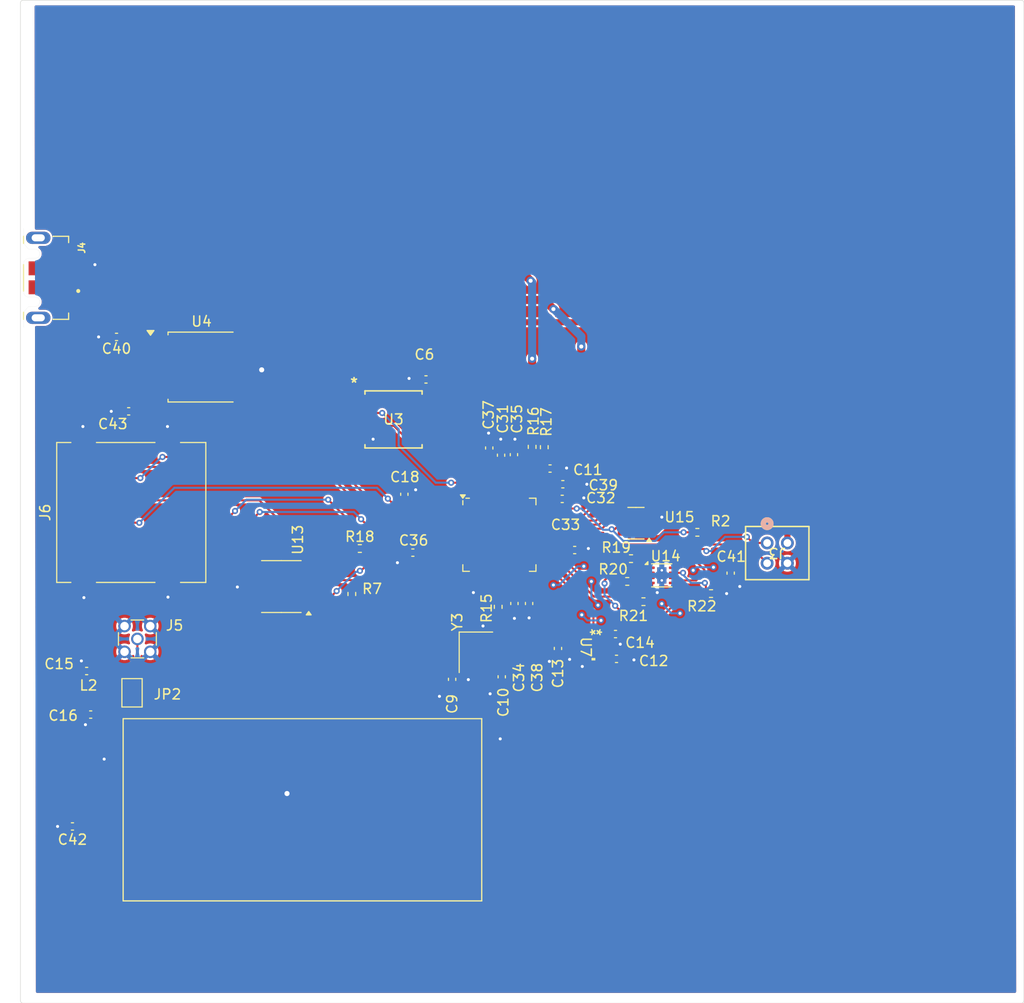
<source format=kicad_pcb>
(kicad_pcb (version 20241229) (generator "pcbnew") (generator_version "9.0")
  (layers (0 "F.Cu" signal) (2 "B.Cu" signal) (13 "F.Paste" user) (15 "B.Paste" user) (5 "F.SilkS" user "F.Silkscreen") (7 "B.SilkS" user "B.Silkscreen") (1 "F.Mask" user) (3 "B.Mask" user) (25 "Edge.Cuts" user))
  (net 0 "")
  (net 1 "/RP2040 MCU/Crystal In")
  (net 2 "Net-(C10-Pad1)")
  (net 3 "+1V1")
  (net 4 "Net-(U7-C1)")
  (net 5 "Net-(J5-In)")
  (net 6 "Net-(JP2-B)")
  (net 7 "MicroSD CMD")
  (net 8 "MicroSD Clock")
  (net 9 "MicroSD DAT2")
  (net 10 "MicroSD DAT3")
  (net 11 "MicroSD DAT0")
  (net 12 "MicroSD DAT1")
  (net 13 "WDO")
  (net 14 "Power Monitor SDA")
  (net 15 "/RP2040 MCU/Crystal Out")
  (net 16 "Net-(U12-USB_DP)")
  (net 17 "Net-(U12-USB_DM)")
  (net 18 "Power Monitor SCL")
  (net 19 "Temp Alert")
  (net 20 "Net-(U14-A0)")
  (net 21 "/RP2040 MCU/QSPI_SCLK")
  (net 22 "/RP2040 MCU/QSPI_SD0")
  (net 23 "/RP2040 MCU/QSPI_SD1")
  (net 24 "/RP2040 MCU/QSPI_SD2")
  (net 25 "/RP2040 MCU/QSPI_SD3")
  (net 26 "/RP2040 MCU/QSPI_SS")
  (net 28 "IMU SDA{slash}SDI{slash}SCO")
  (net 30 "IMU SCL{slash}SPC")
  (net 33 "SET2")
  (net 34 "SET1")
  (net 35 "RF Reset")
  (net 36 "RF MISO")
  (net 38 "RF DIO4")
  (net 42 "RF SCK")
  (net 43 "SET0")
  (net 44 "RF NSS")
  (net 46 "WDI")
  (net 47 "RF MOSI")
  (net 54 "Voltage Regulator 3.3V Output")
  (net 55 "Cosmic Ground")
  (net 56 "Cosmic Power")
  (net 57 "Cosmic2 SCL")
  (net 58 "Cosmic1 SDA")
  (net 59 "USB_DM")
  (net 60 "USB_DP")
  (net 62 "Temp SDA")
  (net 63 "Temp SCL")
  (footprint "Capacitor_SMD:C_0402_1005Metric" (layer "F.Cu") (at 96.32 119.45)
    (property "Reference" "C42")
    (property "Value" "100n")
  )
  (footprint "Resistor_SMD:R_0402_1005Metric" (layer "F.Cu") (at 142.9 81.99 -90)
    (property "Reference" "R17")
    (property "Value" "27")
  )
  (footprint "Resistor_SMD:R_0402_1005Metric" (layer "F.Cu") (at 159.36 96.45)
    (property "Reference" "R22")
    (property "Value" "5k")
  )
  (footprint "Capacitor_SMD:C_0402_1005Metric" (layer "F.Cu") (at 149.93 100.45)
    (property "Reference" "C14")
    (property "Value" "100nF")
  )
  (footprint "Crystal:Crystal_SMD_3225-4Pin_3.2x2.5mm" (layer "F.Cu") (at 136.15 102.25 -90)
    (property "Reference" "Y3")
    (property "Value" "ABM8-272-T3")
  )
  (footprint "Capacitor_SMD:C_0402_1005Metric" (layer "F.Cu") (at 144.25 101.87 -90)
    (property "Reference" "C13")
    (property "Value" "220nF")
  )
  (footprint "Capacitor_SMD:C_0402_1005Metric" (layer "F.Cu") (at 139.9032 82.7304 90)
    (property "Reference" "C35")
    (property "Value" "100n")
  )
  (footprint "Resistor_SMD:R_0402_1005Metric" (layer "F.Cu") (at 151.09 95.25 180)
    (property "Reference" "R20")
    (property "Value" "5k")
  )
  (footprint "1my_footprints:CON4_2X2_UF_DF11_HIR" (layer "F.Cu") (at 164.899999 91.45 180)
    (property "Reference" "J3")
    (property "Value" "Conn_01x04_Pin")
  )
  (footprint "Capacitor_SMD:C_0402_1005Metric" (layer "F.Cu") (at 98.12 108.4 180)
    (property "Reference" "C16")
    (property "Value" "DNP")
  )
  (footprint "1my_footprints:microUSB" (layer "F.Cu") (at 91.49 65.2625 -90)
    (property "Reference" "J4")
    (property "Value" "USB_B_Micro")
    (fp_line (start 0.00053 0.004943) (end -1.29947 0.004943) (stroke (width 0.01)) (layer "Edge.Cuts"))
    (fp_line (start 0.00053 0.004943) (end 1.3 0) (stroke (width 0.01)) (layer "Edge.Cuts"))
    (fp_line (start -4.9 0) (end -3.4 0) (stroke (width 0.01)) (layer "Edge.Cuts"))
    (fp_line (start -3.4 0) (end -2.825 -0.5) (stroke (width 0.01)) (layer "Edge.Cuts"))
    (fp_line (start 3.4 0) (end 2.825 -0.5) (stroke (width 0.01)) (layer "Edge.Cuts"))
    (fp_line (start 4.9 0) (end 3.4 0) (stroke (width 0.01)) (layer "Edge.Cuts"))
    (fp_line (start -2.825 -1.15) (end -2.825 -0.5) (stroke (width 0.01)) (layer "Edge.Cuts"))
    (fp_line (start -1.925 -1.15) (end -1.925 -0.5) (stroke (width 0.01)) (layer "Edge.Cuts"))
    (fp_line (start 1.925 -1.15) (end 1.925 -0.5) (stroke (width 0.01)) (layer "Edge.Cuts"))
    (fp_line (start 2.825 -1.15) (end 2.825 -0.5) (stroke (width 0.01)) (layer "Edge.Cuts"))
    (fp_arc (start -1.29947 0.004943) (mid -1.716881 -0.117891) (end -1.924999 -0.5) (stroke (width 0.01)) (layer "Edge.Cuts"))
    (fp_arc (start 1.925529 -0.504943) (mid 1.717412 -0.122833) (end 1.3 0) (stroke (width 0.01)) (layer "Edge.Cuts"))
    (fp_arc (start -2.825 -1.15) (mid -2.375 -1.6) (end -1.925 -1.15) (stroke (width 0.01)) (layer "Edge.Cuts"))
    (fp_arc (start 1.925 -1.15) (mid 2.375 -1.6) (end 2.825 -1.15) (stroke (width 0.01)) (layer "Edge.Cuts"))
  )
  (footprint "Capacitor_SMD:C_0402_1005Metric" (layer "F.Cu") (at 129.9236 92.4052 180)
    (property "Reference" "C36")
    (property "Value" "100n")
  )
  (footprint "Resistor_SMD:R_0402_1005Metric" (layer "F.Cu") (at 152.69 97.25)
    (property "Reference" "R21")
    (property "Value" "5k")
  )
  (footprint "Capacitor_SMD:C_0402_1005Metric" (layer "F.Cu") (at 100.67 71.1 180)
    (property "Reference" "C40")
    (property "Value" "10u")
  )
  (footprint "Package_SO:SOIC-8_3.9x4.9mm_P1.27mm" (layer "F.Cu") (at 116.9416 95.758 180)
    (property "Reference" "U13")
    (property "Value" "INA219AxD")
  )
  (footprint "Capacitor_SMD:C_0402_1005Metric" (layer "F.Cu") (at 161.3 94.43 90)
    (property "Reference" "C41")
    (property "Value" "0.01uF")
  )
  (footprint "Package_TO_SOT_SMD:SOT-23-8" (layer "F.Cu") (at 151.95 89.5 180)
    (property "Reference" "U15")
    (property "Value" "MAX6369")
  )
  (footprint "Capacitor_SMD:C_0402_1005Metric" (layer "F.Cu") (at 141.4 97.43 -90)
    (property "Reference" "C38")
    (property "Value" "100n")
  )
  (footprint "Capacitor_SMD:C_0402_1005Metric" (layer "F.Cu") (at 133.8 104.92 -90)
    (property "Reference" "C9")
    (property "Value" "15p")
  )
  (footprint "Capacitor_SMD:C_0402_1005Metric" (layer "F.Cu") (at 144.73 85.65)
    (property "Reference" "C39")
    (property "Value" "1u")
  )
  (footprint "Package_SON:WSON-8-1EP_2x2mm_P0.5mm_EP0.9x1.6mm_ThermalVias" (layer "F.Cu") (at 154.5 94.65)
    (property "Reference" "U14")
    (property "Value" "TMP1075DSG")
  )
  (footprint "Capacitor_SMD:C_0402_1005Metric" (layer "F.Cu") (at 101.87 78.45 180)
    (property "Reference" "C43")
    (property "Value" "10u")
  )
  (footprint "Connector_Card:microSD_HC_Molex_47219-2001" (layer "F.Cu") (at 102.1252 88.4382 90)
    (property "Reference" "J6")
    (property "Value" "Micro_SD_Card")
  )
  (footprint "Resistor_SMD:R_0402_1005Metric" (layer "F.Cu") (at 158.01 90.4 180)
    (property "Reference" "R2")
    (property "Value" "10k")
  )
  (footprint "Capacitor_SMD:C_0402_1005Metric" (layer "F.Cu") (at 97.72 104.1 180)
    (property "Reference" "C15")
    (property "Value" "DNP")
  )
  (footprint "Capacitor_SMD:C_0402_1005Metric" (layer "F.Cu") (at 144.67 87.1)
    (property "Reference" "C32")
    (property "Value" "100n")
  )
  (footprint "Resistor_SMD:R_0402_1005Metric" (layer "F.Cu") (at 123.9 96.49 90)
    (property "Reference" "R7")
    (property "Value" "10k")
  )
  (footprint "Capacitor_SMD:C_0402_1005Metric" (layer "F.Cu") (at 138.7 104.67 -90)
    (property "Reference" "C10")
    (property "Value" "15p")
  )
  (footprint "Capacitor_SMD:C_0402_1005Metric" (layer "F.Cu") (at 139.95 97.43 -90)
    (property "Reference" "C34")
    (property "Value" "100n")
  )
  (footprint "Resistor_SMD:R_0402_1005Metric" (layer "F.Cu") (at 141.7 81.96 -90)
    (property "Reference" "R16")
    (property "Value" "27")
  )
  (footprint "1my_footprints:SON_03AGRTR_STM-L" (layer "F.Cu") (at 147 101.7238 -90)
    (property "Reference" "U7")
    (property "Value" "LSM303AGRTR")
  )
  (footprint "Capacitor_SMD:C_0402_1005Metric" (layer "F.Cu") (at 129.0828 86.642 90)
    (property "Reference" "C18")
    (property "Value" "100n")
  )
  (footprint "Resistor_SMD:R_0402_1005Metric" (layer "F.Cu") (at 138.35 97.76 -90)
    (property "Reference" "R15")
    (property "Value" "1k")
  )
  (footprint "Capacitor_SMD:C_0402_1005Metric" (layer "F.Cu") (at 145.9 92.15)
    (property "Reference" "C33")
    (property "Value" "100n")
  )
  (footprint "Capacitor_SMD:C_0402_1005Metric" (layer "F.Cu") (at 131.22 75.3 180)
    (property "Reference" "C6")
    (property "Value" "100n")
  )
  (footprint "Capacitor_SMD:C_0402_1005Metric" (layer "F.Cu") (at 143.47 84.1)
    (property "Reference" "C11")
    (property "Value" "1u")
  )
  (footprint "Package_TO_SOT_SMD:TO-252-2" (layer "F.Cu") (at 109.065 74.075)
    (property "Reference" "U4")
    (property "Value" "BD33FC0FP")
  )
  (footprint "Capacitor_SMD:C_0402_1005Metric" (layer "F.Cu") (at 138.6332 82.7812 90)
    (property "Reference" "C31")
    (property "Value" "100n")
  )
  (footprint "1my_footprints:SOIC_208MIL_WIN" (layer "F.Cu") (at 128.016 79.248)
    (property "Reference" "U3")
    (property "Value" "W25Q128JVS")
  )
  (footprint "Inductor_SMD:L_0201_0603Metric" (layer "F.Cu") (at 99.8 106.12 -90)
    (property "Reference" "L2")
    (property "Value" "DNP")
  )
  (footprint "Jumper:SolderJumper-2_P1.3mm_Open_Pad1.0x1.5mm" (layer "F.Cu") (at 102.2 106.25 -90)
    (property "Reference" "JP2")
    (property "Value" "SolderJumper_2_Open")
  )
  (footprint "Connector_Coaxial:MMCX_Molex_73415-1471_Vertical" (layer "F.Cu") (at 102.73 100.93)
    (property "Reference" "J5")
    (property "Value" "Conn_Coaxial")
  )
  (footprint "1my_footprints:RFM98PW" (layer "F.Cu") (at 119.0228 118.3052 180)
    (property "Reference" "U16" (hide yes))
    (property "Value" "RFM98PW" (hide yes))
  )
  (footprint "Resistor_SMD:R_0402_1005Metric" (layer "F.Cu") (at 151.46 93)
    (property "Reference" "R19")
    (property "Value" "5k")
  )
  (footprint "Resistor_SMD:R_0402_1005Metric" (layer "F.Cu") (at 124.69 92)
    (property "Reference" "R18")
    (property "Value" "10k")
  )
  (footprint "Capacitor_SMD:C_0402_1005Metric" (layer "F.Cu") (at 150.03 102.9)
    (property "Reference" "C12")
    (property "Value" "100nF")
  )
  (footprint "Package_DFN_QFN:QFN-56-1EP_7x7mm_P0.4mm_EP3.2x3.2mm" (layer "F.Cu") (at 138.468 90.64)
    (property "Reference" "U12" (hide yes))
    (property "Value" "RP2040")
  )
  (footprint "Capacitor_SMD:C_0402_1005Metric" (layer "F.Cu") (at 137.4648 82.07 90)
    (property "Reference" "C37")
    (property "Value" "100n")
  )
  (gr_arc (start 190.246 136.652) (mid 190.171605 136.831605) (end 189.992 136.906) (stroke (width 0.05)) (layer "Edge.Cuts"))
  (gr_arc (start 91.44 136.906) (mid 91.260395 136.831605) (end 91.186 136.652) (stroke (width 0.05)) (layer "Edge.Cuts"))
  (gr_line (start 189.992 37.846) (end 91.44 37.846) (stroke (width 0.05)) (layer "Edge.Cuts"))
  (gr_line (start 91.44 136.906) (end 189.992 136.906) (stroke (width 0.05)) (layer "Edge.Cuts"))
  (gr_line (start 190.246 136.652) (end 190.246 38.1) (stroke (width 0.05)) (layer "Edge.Cuts"))
  (gr_arc (start 91.186 38.1) (mid 91.260395 37.920395) (end 91.44 37.846) (stroke (width 0.05)) (layer "Edge.Cuts"))
  (gr_arc (start 189.992 37.846) (mid 190.171605 37.920395) (end 190.246 38.1) (stroke (width 0.05)) (layer "Edge.Cuts"))
  (gr_line (start 91.186 38.1) (end 91.186 136.652) (stroke (width 0.05)) (layer "Edge.Cuts"))
  (segment (start 135.3 98.2) (end 135.3 101.15) (width 0.2) (layer "F.Cu") (net 1))
  (segment (start 137.868 95.632) (end 135.3 98.2) (width 0.2) (layer "F.Cu") (net 1))
  (segment (start 133.8 102.65) (end 135.3 101.15) (width 0.2) (layer "F.Cu") (net 1))
  (segment (start 133.8 104.44) (end 133.8 102.65) (width 0.2) (layer "F.Cu") (net 1))
  (segment (start 137.868 94.0775) (end 137.868 95.632) (width 0.2) (layer "F.Cu") (net 1))
  (segment (start 138.35 98.27) (end 138.35 102) (width 0.2) (layer "F.Cu") (net 2))
  (segment (start 138.35 102) (end 137 103.35) (width 0.2) (layer "F.Cu") (net 2))
  (segment (start 137 103.35) (end 137.86 103.35) (width 0.2) (layer "F.Cu") (net 2))
  (segment (start 137.86 103.35) (end 138.7 104.19) (width 0.2) (layer "F.Cu") (net 2))
  (segment (start 139.068 94.618) (end 139.068 94.0775) (width 0.2) (layer "F.Cu") (net 3))
  (segment (start 138.268 84.2676) (end 137.4648 83.4644) (width 0.2) (layer "F.Cu") (net 3))
  (segment (start 138.268 87.2025) (end 138.268 84.2676) (width 0.2) (layer "F.Cu") (net 3))
  (segment (start 137.4648 83.4644) (end 137.4648 82.55) (width 0.2) (layer "F.Cu") (net 3))
  (segment (start 140.268 86.427) (end 142.595 84.1) (width 0.2) (layer "F.Cu") (net 3))
  (segment (start 140.268 87.2025) (end 140.268 86.427) (width 0.2) (layer "F.Cu") (net 3))
  (segment (start 142.595 84.1) (end 142.95 84.1) (width 0.2) (layer "F.Cu") (net 3))
  (segment (start 141.4 96.95) (end 139.068 94.618) (width 0.2) (layer "F.Cu") (net 3))
  (segment (start 144.25 101.39) (end 144.334341 101.474341) (width 0.2) (layer "F.Cu") (net 4))
  (segment (start 144.334341 101.474341) (end 146.2612 101.474341) (width 0.2) (layer "F.Cu") (net 4))
  (segment (start 98.2 104.1) (end 101.5 104.1) (width 0.2) (layer "F.Cu") (net 5))
  (segment (start 102.73 105.07) (end 102.73 102.7) (width 0.2) (layer "F.Cu") (net 5))
  (segment (start 101.5 104.1) (end 101.65 103.95) (width 0.2) (layer "F.Cu") (net 5))
  (segment (start 102.73 102.7) (end 102.73 100.93) (width 0.2) (layer "F.Cu") (net 5))
  (segment (start 102.73 102.87) (end 102.73 102.7) (width 0.2) (layer "F.Cu") (net 5))
  (segment (start 101.65 103.95) (end 102.73 102.87) (width 0.2) (layer "F.Cu") (net 5))
  (segment (start 99.8 105.8) (end 101.65 103.95) (width 0.2) (layer "F.Cu") (net 5))
  (segment (start 102.2 105.6) (end 102.73 105.07) (width 0.2) (layer "F.Cu") (net 5))
  (segment (start 102.2 106.9) (end 102.2 110.028) (width 0.2) (layer "F.Cu") (net 6))
  (segment (start 99.8 109.1824) (end 99.8 107.5) (width 0.2) (layer "F.Cu") (net 6))
  (segment (start 98.6 108.4) (end 98.9 108.4) (width 0.2) (layer "F.Cu") (net 6))
  (segment (start 101.4228 110.8052) (end 99.8 109.1824) (width 0.2) (layer "F.Cu") (net 6))
  (segment (start 99.8 107.5) (end 99.8 106.44) (width 0.2) (layer "F.Cu") (net 6))
  (segment (start 98.9 108.4) (end 99.8 107.5) (width 0.2) (layer "F.Cu") (net 6))
  (segment (start 102.2 110.028) (end 101.4228 110.8052) (width 0.2) (layer "F.Cu") (net 6))
  (segment (start 102.5652 89.4588) (end 102.5496 89.4432) (width 0.2) (layer "F.Cu") (net 7))
  (segment (start 102.9208 89.4588) (end 102.5652 89.4588) (width 0.2) (layer "F.Cu") (net 7))
  (segment (start 135.0305 88.44) (end 128.826 88.44) (width 0.2) (layer "F.Cu") (net 7))
  (segment (start 128.826 88.44) (end 127.4572 87.0712) (width 0.2) (layer "F.Cu") (net 7))
  (segment (start 102.5496 89.4432) (end 100.0252 89.4432) (width 0.2) (layer "F.Cu") (net 7))
  (via (at 102.9208 89.4588) (size 0.6) (drill 0.3) (layers "F.Cu" "B.Cu") (net 7))
  (via (at 127.4572 87.0712) (size 0.6) (drill 0.3) (layers "F.Cu" "B.Cu") (net 7))
  (segment (start 106.3752 86.0044) (end 102.9208 89.4588) (width 0.2) (layer "B.Cu") (net 7))
  (segment (start 126.3904 86.0044) (end 106.3752 86.0044) (width 0.2) (layer "B.Cu") (net 7))
  (segment (start 127.4572 87.0712) (end 126.3904 86.0044) (width 0.2) (layer "B.Cu") (net 7))
  (segment (start 135.0305 90.44) (end 117.9736 90.44) (width 0.2) (layer "F.Cu") (net 8))
  (segment (start 114.7768 87.2432) (end 100.0252 87.2432) (width 0.2) (layer "F.Cu") (net 8))
  (segment (start 117.9736 90.44) (end 114.7768 87.2432) (width 0.2) (layer "F.Cu") (net 8))
  (segment (start 125.3524 89.64) (end 135.0305 89.64) (width 0.2) (layer "F.Cu") (net 9))
  (segment (start 125.3524 89.64) (end 124.8156 89.1032) (width 0.2) (layer "F.Cu") (net 9))
  (segment (start 111.5568 91.6432) (end 114.808 88.392) (width 0.2) (layer "F.Cu") (net 9))
  (segment (start 100.0252 91.6432) (end 111.5568 91.6432) (width 0.2) (layer "F.Cu") (net 9))
  (via (at 124.8156 89.1032) (size 0.6) (drill 0.3) (layers "F.Cu" "B.Cu") (net 9))
  (via (at 114.808 88.392) (size 0.6) (drill 0.3) (layers "F.Cu" "B.Cu") (net 9))
  (segment (start 124.8156 89.1032) (end 124.1044 88.392) (width 0.2) (layer "B.Cu") (net 9))
  (segment (start 124.1044 88.392) (end 114.808 88.392) (width 0.2) (layer "B.Cu") (net 9))
  (segment (start 124.4316 90.04) (end 121.5644 87.1728) (width 0.2) (layer "F.Cu") (net 10))
  (segment (start 110.1168 90.5432) (end 112.3696 88.2904) (width 0.2) (layer "F.Cu") (net 10))
  (segment (start 135.0305 90.04) (end 124.4316 90.04) (width 0.2) (layer "F.Cu") (net 10))
  (segment (start 100.0252 90.5432) (end 110.1168 90.5432) (width 0.2) (layer "F.Cu") (net 10))
  (via (at 112.3696 88.2904) (size 0.6) (drill 0.3) (layers "F.Cu" "B.Cu") (net 10))
  (via (at 121.5644 87.1728) (size 0.6) (drill 0.3) (layers "F.Cu" "B.Cu") (net 10))
  (segment (start 112.3696 88.2904) (end 113.4872 87.1728) (width 0.2) (layer "B.Cu") (net 10))
  (segment (start 113.4872 87.1728) (end 121.5644 87.1728) (width 0.2) (layer "B.Cu") (net 10))
  (segment (start 103.0184 85.0432) (end 103.0224 85.0392) (width 0.2) (layer "F.Cu") (net 11))
  (segment (start 105.2068 82.9564) (end 121.4628 82.9564) (width 0.2) (layer "F.Cu") (net 11))
  (segment (start 100.0252 85.0432) (end 103.0184 85.0432) (width 0.2) (layer "F.Cu") (net 11))
  (segment (start 127.3464 88.84) (end 135.0305 88.84) (width 0.2) (layer "F.Cu") (net 11))
  (segment (start 121.4628 82.9564) (end 127.3464 88.84) (width 0.2) (layer "F.Cu") (net 11))
  (via (at 105.2068 82.9564) (size 0.6) (drill 0.3) (layers "F.Cu" "B.Cu") (net 11))
  (via (at 103.0224 85.0392) (size 0.6) (drill 0.3) (layers "F.Cu" "B.Cu") (net 11))
  (segment (start 105.1052 82.9564) (end 105.2068 82.9564) (width 0.2) (layer "B.Cu") (net 11))
  (segment (start 103.0224 85.0392) (end 105.1052 82.9564) (width 0.2) (layer "B.Cu") (net 11))
  (segment (start 100.0252 83.9432) (end 120.8748 83.9432) (width 0.2) (layer "F.Cu") (net 12))
  (segment (start 120.8748 83.9432) (end 126.1716 89.24) (width 0.2) (layer "F.Cu") (net 12))
  (segment (start 126.1716 89.24) (end 135.0305 89.24) (width 0.2) (layer "F.Cu") (net 12))
  (segment (start 157.5 90.4) (end 156.65 90.4) (width 0.2) (layer "F.Cu") (net 13))
  (segment (start 150.125 89.825) (end 150.8125 89.825) (width 0.2) (layer "F.Cu") (net 13))
  (segment (start 149.85 90.1) (end 150.125 89.825) (width 0.2) (layer "F.Cu") (net 13))
  (segment (start 149.55 90.1) (end 149.85 90.1) (width 0.2) (layer "F.Cu") (net 13))
  (segment (start 141.9055 88.44) (end 142.61 88.44) (width 0.2) (layer "F.Cu") (net 13))
  (segment (start 143 88.05) (end 146.1 88.05) (width 0.2) (layer "F.Cu") (net 13))
  (segment (start 142.61 88.44) (end 143 88.05) (width 0.2) (layer "F.Cu") (net 13))
  (via (at 156.65 90.4) (size 0.6) (drill 0.3) (layers "F.Cu" "B.Cu") (net 13))
  (via (at 149.55 90.1) (size 0.6) (drill 0.3) (layers "F.Cu" "B.Cu") (net 13))
  (via (at 146.1 88.05) (size 0.6) (drill 0.3) (layers "F.Cu" "B.Cu") (net 13))
  (segment (start 156.65 90.4) (end 154.7 90.4) (width 0.2) (layer "B.Cu") (net 13))
  (segment (start 153.85 91.25) (end 150.7 91.25) (width 0.2) (layer "B.Cu") (net 13))
  (segment (start 148.7 90.15) (end 149.5 90.15) (width 0.2) (layer "B.Cu") (net 13))
  (segment (start 154.7 90.4) (end 153.85 91.25) (width 0.2) (layer "B.Cu") (net 13))
  (segment (start 148.7 90.15) (end 146.6 88.05) (width 0.2) (layer "B.Cu") (net 13))
  (segment (start 150.7 91.25) (end 149.55 90.1) (width 0.2) (layer "B.Cu") (net 13))
  (segment (start 146.6 88.05) (end 146.1 88.05) (width 0.2) (layer "B.Cu") (net 13))
  (segment (start 149.5 90.15) (end 149.55 90.1) (width 0.2) (layer "B.Cu") (net 13))
  (segment (start 149.35 90.1) (end 149.3 90.15) (width 0.2) (layer "B.Cu") (net 13))
  (segment (start 149.55 90.1) (end 149.35 90.1) (width 0.2) (layer "B.Cu") (net 13))
  (segment (start 128.9314 91.24) (end 135.0305 91.24) (width 0.2) (layer "F.Cu") (net 14))
  (segment (start 124.6 95.123) (end 125.0484 95.123) (width 0.2) (layer "F.Cu") (net 14))
  (segment (start 122 95.123) (end 124.6 95.123) (width 0.2) (layer "F.Cu") (net 14))
  (segment (start 125.0484 95.123) (end 128.9314 91.24) (width 0.2) (layer "F.Cu") (net 14))
  (segment (start 119.4166 95.123) (end 122 95.123) (width 0.2) (layer "F.Cu") (net 14))
  (segment (start 120.73 96.393) (end 122 95.123) (width 0.2) (layer "F.Cu") (net 14))
  (segment (start 119.4166 96.393) (end 120.73 96.393) (width 0.2) (layer "F.Cu") (net 14))
  (segment (start 123.9 95.98) (end 123.9 95.823) (width 0.2) (layer "F.Cu") (net 14))
  (segment (start 123.9 95.823) (end 124.6 95.123) (width 0.2) (layer "F.Cu") (net 14))
  (segment (start 138.268 94.0775) (end 138.268 97.168) (width 0.2) (layer "F.Cu") (net 15))
  (segment (start 138.268 97.168) (end 138.35 97.25) (width 0.2) (layer "F.Cu") (net 15))
  (segment (start 141.7 83.45) (end 141.7 82.47) (width 0.2) (layer "F.Cu") (net 16))
  (segment (start 139.468 85.682) (end 141.7 83.45) (width 0.2) (layer "F.Cu") (net 16))
  (segment (start 139.468 87.2025) (end 139.468 85.682) (width 0.2) (layer "F.Cu") (net 16))
  (segment (start 139.868 85.932) (end 142.9 82.9) (width 0.2) (layer "F.Cu") (net 17))
  (segment (start 139.868 87.2025) (end 139.868 85.932) (width 0.2) (layer "F.Cu") (net 17))
  (segment (start 142.9 82.9) (end 142.9 82.5) (width 0.2) (layer "F.Cu") (net 17))
  (segment (start 119.8696 93.4) (end 119.4166 93.853) (width 0.2) (layer "F.Cu") (net 18))
  (segment (start 125.2 92) (end 127 92) (width 0.2) (layer "F.Cu") (net 18))
  (segment (start 127.1 91.9) (end 125.6 93.4) (width 0.2) (layer "F.Cu") (net 18))
  (segment (start 124.8 94.2) (end 125.6 93.4) (width 0.2) (layer "F.Cu") (net 18))
  (segment (start 119.4166 97.663) (end 120.937 97.663) (width 0.2) (layer "F.Cu") (net 18))
  (segment (start 128.16 90.84) (end 127.1 91.9) (width 0.2) (layer "F.Cu") (net 18))
  (segment (start 124.7 94.2) (end 124.8 94.2) (width 0.2) (layer "F.Cu") (net 18))
  (segment (start 125.6 93.4) (end 123.8 93.4) (width 0.2) (layer "F.Cu") (net 18))
  (segment (start 135.0305 90.84) (end 128.16 90.84) (width 0.2) (layer "F.Cu") (net 18))
  (segment (start 120.937 97.663) (end 122.4 96.2) (width 0.2) (layer "F.Cu") (net 18))
  (segment (start 127 92) (end 127.1 91.9) (width 0.2) (layer "F.Cu") (net 18))
  (segment (start 123.8 93.4) (end 119.8696 93.4) (width 0.2) (layer "F.Cu") (net 18))
  (via (at 124.7 94.2) (size 0.6) (drill 0.3) (layers "F.Cu" "B.Cu") (net 18))
  (via (at 122.4 96.2) (size 0.6) (drill 0.3) (layers "F.Cu" "B.Cu") (net 18))
  (segment (start 124.6 94.3) (end 124.3 94.3) (width 0.2) (layer "B.Cu") (net 18))
  (segment (start 124.3 94.3) (end 122.4 96.2) (width 0.2) (layer "B.Cu") (net 18))
  (segment (start 124.7 94.2) (end 124.6 94.3) (width 0.2) (layer "B.Cu") (net 18))
  (segment (start 153.55 94.9) (end 153.15 94.9) (width 0.2) (layer "F.Cu") (net 19))
  (segment (start 147.8 96.75) (end 151.05 96.75) (width 0.2) (layer "F.Cu") (net 19))
  (segment (start 153.15 94.9) (end 151.3 96.75) (width 0.2) (layer "F.Cu") (net 19))
  (segment (start 151.55 97.25) (end 151.05 96.75) (width 0.2) (layer "F.Cu") (net 19))
  (segment (start 152.18 97.25) (end 151.55 97.25) (width 0.2) (layer "F.Cu") (net 19))
  (segment (start 143.49 92.44) (end 147.8 96.75) (width 0.2) (layer "F.Cu") (net 19))
  (segment (start 141.9055 92.44) (end 143.49 92.44) (width 0.2) (layer "F.Cu") (net 19))
  (segment (start 151.05 96.75) (end 151.3 96.75) (width 0.2) (layer "F.Cu") (net 19))
  (segment (start 155.45 94.4) (end 156.6 94.4) (width 0.2) (layer "F.Cu") (net 20))
  (segment (start 158.85 96.45) (end 158.85 95.5) (width 0.2) (layer "F.Cu") (net 20))
  (segment (start 158.85 95.5) (end 158.75 95.4) (width 0.2) (layer "F.Cu") (net 20))
  (via (at 156.6 94.4) (size 0.6) (drill 0.3) (layers "F.Cu" "B.Cu") (net 20))
  (via (at 158.75 95.4) (size 0.6) (drill 0.3) (layers "F.Cu" "B.Cu") (net 20))
  (segment (start 156.6 94.4) (end 156.6 94.6) (width 0.2) (layer "B.Cu") (net 20))
  (segment (start 157.4 95.4) (end 158.75 95.4) (width 0.2) (layer "B.Cu") (net 20))
  (segment (start 156.6 94.6) (end 157.4 95.4) (width 0.2) (layer "B.Cu") (net 20))
  (segment (start 131.6609 79.883) (end 132.0546 79.883) (width 0.2) (layer "F.Cu") (net 21))
  (segment (start 137.468 85.2964) (end 137.468 87.2025) (width 0.2) (layer "F.Cu") (net 21))
  (segment (start 132.0546 79.883) (end 137.468 85.2964) (width 0.2) (layer "F.Cu") (net 21))
  (segment (start 132.5118 81.153) (end 131.6609 81.153) (width 0.2) (layer "F.Cu") (net 22))
  (segment (start 137.068 85.7092) (end 132.5118 81.153) (width 0.2) (layer "F.Cu") (net 22))
  (segment (start 137.068 87.2025) (end 137.068 85.7092) (width 0.2) (layer "F.Cu") (net 22))
  (segment (start 126.8984 78.613) (end 124.3711 78.613) (width 0.2) (layer "F.Cu") (net 23))
  (segment (start 135.128 85.4964) (end 136.268 86.6364) (width 0.2) (layer "F.Cu") (net 23))
  (segment (start 133.7056 85.4964) (end 135.128 85.4964) (width 0.2) (layer "F.Cu") (net 23))
  (segment (start 136.268 86.6364) (end 136.268 87.2025) (width 0.2) (layer "F.Cu") (net 23))
  (via (at 133.7056 85.4964) (size 0.6) (drill 0.3) (layers "F.Cu" "B.Cu") (net 23))
  (via (at 126.8984 78.613) (size 0.6) (drill 0.3) (layers "F.Cu" "B.Cu") (net 23))
  (segment (start 126.9238 78.613) (end 126.8984 78.613) (width 0.2) (layer "B.Cu") (net 23))
  (segment (start 132.1816 85.4964) (end 128.524 81.8388) (width 0.2) (layer "B.Cu") (net 23))
  (segment (start 133.7056 85.4964) (end 132.1816 85.4964) (width 0.2) (layer "B.Cu") (net 23))
  (segment (start 128.524 80.2132) (end 126.9238 78.613) (width 0.2) (layer "B.Cu") (net 23))
  (segment (start 128.524 81.8388) (end 128.524 80.2132) (width 0.2) (layer "B.Cu") (net 23))
  (segment (start 132.0292 83.8708) (end 134.3152 83.8708) (width 0.2) (layer "F.Cu") (net 24))
  (segment (start 128.0414 79.883) (end 132.0292 83.8708) (width 0.2) (layer "F.Cu") (net 24))
  (segment (start 136.668 86.2236) (end 136.668 87.2025) (width 0.2) (layer "F.Cu") (net 24))
  (segment (start 134.3152 83.8708) (end 136.668 86.2236) (width 0.2) (layer "F.Cu") (net 24))
  (segment (start 124.3711 79.883) (end 128.0414 79.883) (width 0.2) (layer "F.Cu") (net 24))
  (segment (start 137.868 84.6296) (end 132.0216 78.7832) (width 0.2) (layer "F.Cu") (net 25))
  (segment (start 132.0216 78.7832) (end 132.0216 78.613) (width 0.2) (layer "F.Cu") (net 25))
  (segment (start 137.868 87.2025) (end 137.868 84.6296) (width 0.2) (layer "F.Cu") (net 25))
  (segment (start 125.6792 84.836) (end 122.6312 81.788) (width 0.2) (layer "F.Cu") (net 26))
  (segment (start 133.0241 87.2025) (end 130.6576 84.836) (width 0.2) (layer "F.Cu") (net 26))
  (segment (start 122.6312 78.5876) (end 123.8758 77.343) (width 0.2) (layer "F.Cu") (net 26))
  (segment (start 123.8758 77.343) (end 124.3711 77.343) (width 0.2) (layer "F.Cu") (net 26))
  (segment (start 130.6576 84.836) (end 125.6792 84.836) (width 0.2) (layer "F.Cu") (net 26))
  (segment (start 135.868 87.2025) (end 133.0241 87.2025) (width 0.2) (layer "F.Cu") (net 26))
  (segment (start 122.6312 81.788) (end 122.6312 78.5876) (width 0.2) (layer "F.Cu") (net 26))
  (segment (start 146.249811 100.985) (end 142.35 97.085189) (width 0.2) (layer "F.Cu") (net 28))
  (segment (start 142.35 97.085189) (end 142.35 93.6845) (width 0.2) (layer "F.Cu") (net 28))
  (segment (start 142.35 93.6845) (end 141.9055 93.24) (width 0.2) (layer "F.Cu") (net 28))
  (segment (start 141.9055 92.84) (end 142.94 92.84) (width 0.2) (layer "F.Cu") (net 30))
  (segment (start 144 94.5) (end 147.750189 98.250189) (width 0.2) (layer "F.Cu") (net 30))
  (segment (start 144 93.9) (end 144 94.5) (width 0.2) (layer "F.Cu") (net 30))
  (segment (start 147.750189 98.250189) (end 147.750189 100.985) (width 0.2) (layer "F.Cu") (net 30))
  (segment (start 142.94 92.84) (end 144 93.9) (width 0.2) (layer "F.Cu") (net 30))
  (segment (start 148.59 90.04) (end 149.455 89.175) (width 0.2) (layer "F.Cu") (net 33))
  (segment (start 141.9055 90.04) (end 148.59 90.04) (width 0.2) (layer "F.Cu") (net 33))
  (segment (start 149.455 89.175) (end 150.8125 89.175) (width 0.2) (layer "F.Cu") (net 33))
  (segment (start 148.31 89.64) (end 141.9055 89.64) (width 0.2) (layer "F.Cu") (net 34))
  (segment (start 150.8125 88.525) (end 149.425 88.525) (width 0.2) (layer "F.Cu") (net 34))
  (segment (start 149.425 88.525) (end 148.31 89.64) (width 0.2) (layer "F.Cu") (net 34))
  (segment (start 136.268 94.0775) (end 136.268 94.682) (width 0.2) (layer "F.Cu") (net 35))
  (segment (start 131.45 99.2) (end 131.45 110.95) (width 0.2) (layer "F.Cu") (net 35))
  (segment (start 136.268 94.682) (end 135.85 95.1) (width 0.2) (layer "F.Cu") (net 35))
  (segment (start 131.45 110.95) (end 135.3052 114.8052) (width 0.2) (layer "F.Cu") (net 35))
  (segment (start 135.3052 114.8052) (end 136.4228 114.8052) (width 0.2) (layer "F.Cu") (net 35))
  (segment (start 135.55 95.1) (end 131.45 99.2) (width 0.2) (layer "F.Cu") (net 35))
  (segment (start 135.85 95.1) (end 135.55 95.1) (width 0.2) (layer "F.Cu") (net 35))
  (segment (start 127.35 98.5) (end 133.41 92.44) (width 0.2) (layer "F.Cu") (net 36))
  (segment (start 136.4228 122.8052) (end 135.7052 122.8052) (width 0.2) (layer "F.Cu") (net 36))
  (segment (start 135.7052 122.8052) (end 127.35 114.45) (width 0.2) (layer "F.Cu") (net 36))
  (segment (start 127.35 114.45) (end 127.35 98.5) (width 0.2) (layer "F.Cu") (net 36))
  (segment (start 133.41 92.44) (end 135.0305 92.44) (width 0.2) (layer "F.Cu") (net 36))
  (segment (start 132.51395 92.04) (end 135.0305 92.04) (width 0.2) (layer "F.Cu") (net 38))
  (segment (start 101.4228 116.8052) (end 105.1948 116.8052) (width 0.2) (layer "F.Cu") (net 38))
  (segment (start 118.85 103.15) (end 121.40395 103.15) (width 0.2) (layer "F.Cu") (net 38))
  (segment (start 121.40395 103.15) (end 132.51395 92.04) (width 0.2) (layer "F.Cu") (net 38))
  (segment (start 105.1948 116.8052) (end 118.85 103.15) (width 0.2) (layer "F.Cu") (net 38))
  (segment (start 135.0305 93.24) (end 134.86 93.24) (width 0.2) (layer "F.Cu") (net 42))
  (segment (start 134.86 93.24) (end 129.45 98.65) (width 0.2) (layer "F.Cu") (net 42))
  (segment (start 129.45 112.35) (end 135.9052 118.8052) (width 0.2) (layer "F.Cu") (net 42))
  (segment (start 129.45 98.65) (end 129.45 112.35) (width 0.2) (layer "F.Cu") (net 42))
  (segment (start 135.9052 118.8052) (end 136.4228 118.8052) (width 0.2) (layer "F.Cu") (net 42))
  (segment (start 152.2625 87.7) (end 153.0875 88.525) (width 0.2) (layer "F.Cu") (net 43))
  (segment (start 148.01 89.24) (end 149.55 87.7) (width 0.2) (layer "F.Cu") (net 43))
  (segment (start 149.55 87.7) (end 152.2625 87.7) (width 0.2) (layer "F.Cu") (net 43))
  (segment (start 141.9055 89.24) (end 148.01 89.24) (width 0.2) (layer "F.Cu") (net 43))
  (segment (start 135.4052 116.8052) (end 130.4 111.8) (width 0.2) (layer "F.Cu") (net 44))
  (segment (start 130.4 98.95) (end 135.2725 94.0775) (width 0.2) (layer "F.Cu") (net 44))
  (segment (start 130.4 111.8) (end 130.4 98.95) (width 0.2) (layer "F.Cu") (net 44))
  (segment (start 136.4228 116.8052) (end 135.4052 116.8052) (width 0.2) (layer "F.Cu") (net 44))
  (segment (start 135.2725 94.0775) (end 135.868 94.0775) (width 0.2) (layer "F.Cu") (net 44))
  (segment (start 148.55 86.95) (end 153.8 86.95) (width 0.2) (layer "F.Cu") (net 46))
  (segment (start 153.1865 90.376) (end 153.0875 90.475) (width 0.2) (layer "F.Cu") (net 46))
  (segment (start 146.66 88.84) (end 148.55 86.95) (width 0.2) (layer "F.Cu") (net 46))
  (segment (start 155.25 88.4) (end 155.25 89.2) (width 0.2) (layer "F.Cu") (net 46))
  (segment (start 153.8 86.95) (end 155.25 88.4) (width 0.2) (layer "F.Cu") (net 46))
  (segment (start 141.9055 88.84) (end 146.66 88.84) (width 0.2) (layer "F.Cu") (net 46))
  (segment (start 155.25 89.2) (end 154.074 90.376) (width 0.2) (layer "F.Cu") (net 46))
  (segment (start 154.074 90.376) (end 153.1865 90.376) (width 0.2) (layer "F.Cu") (net 46))
  (segment (start 134.16 92.84) (end 128.55 98.45) (width 0.2) (layer "F.Cu") (net 47))
  (segment (start 128.55 114.35) (end 135.0052 120.8052) (width 0.2) (layer "F.Cu") (net 47))
  (segment (start 128.55 98.45) (end 128.55 114.35) (width 0.2) (layer "F.Cu") (net 47))
  (segment (start 135.0052 120.8052) (end 136.4228 120.8052) (width 0.2) (layer "F.Cu") (net 47))
  (segment (start 135.0305 92.84) (end 134.16 92.84) (width 0.2) (layer "F.Cu") (net 47))
  (segment (start 143.4 86.4) (end 143.35 86.35) (width 0.2) (layer "F.Cu") (net 54))
  (segment (start 136.04 88.04) (end 136.2 88.2) (width 0.2) (layer "F.Cu") (net 54))
  (segment (start 139.068 85.468) (end 139.9032 84.6328) (width 0.2) (layer "F.Cu") (net 54))
  (segment (start 135.0305 91.64) (end 136.36 91.64) (width 0.2) (layer "F.Cu") (net 54))
  (segment (start 135.0305 91.64) (end 132.2864 91.64) (width 0.2) (layer "F.Cu") (net 54))
  (segment (start 132.7098 87.6248) (end 129.8956 87.6248) (width 0.2) (layer "F.Cu") (net 54))
  (segment (start 138.668 94.0775) (end 138.668 92.868) (width 0.2) (layer "F.Cu") (net 54))
  (segment (start 139.068 87.2025) (end 139.068 88.268) (width 0.2) (layer "F.Cu") (net 54))
  (segment (start 142.11 88.04) (end 142.85 87.3) (width 0.2) (layer "F.Cu") (net 54))
  (segment (start 140.668 87.2025) (end 140.668 86.7128) (width 0.2) (layer "F.Cu") (net 54))
  (segment (start 139.95 96.95) (end 138.668 95.668) (width 0.2) (layer "F.Cu") (net 54))
  (segment (start 141.068 87.2025) (end 142.1595 87.2025) (width 0.2) (layer "F.Cu") (net 54))
  (segment (start 141.068 87.932) (end 141 88) (width 0.2) (layer "F.Cu") (net 54))
  (segment (start 129.392799 87.122) (end 129.0828 87.122) (width 0.2) (layer "F.Cu") (net 54))
  (segment (start 140.8 88.2) (end 140.6 88.4) (width 0.2) (layer "F.Cu") (net 54))
  (segment (start 138.668 87.2025) (end 138.668 88.332) (width 0.2) (layer "F.Cu") (net 54))
  (segment (start 138.668 95.668) (end 138.668 94.0775) (width 0.2) (layer "F.Cu") (net 54))
  (segment (start 139.068 88.268) (end 139.2 88.4) (width 0.2) (layer "F.Cu") (net 54))
  (segment (start 139.068 87.2025) (end 139.068 85.468) (width 0.2) (layer "F.Cu") (net 54))
  (segment (start 131.5212 92.4052) (end 130.4036 92.4052) (width 0.2) (layer "F.Cu") (net 54))
  (segment (start 141.9055 88.04) (end 141.36 88.04) (width 0.2) (layer "F.Cu") (net 54))
  (segment (start 135.0305 88.04) (end 133.125 88.04) (width 0.2) (layer "F.Cu") (net 54))
  (segment (start 131.7 75.3) (end 131.7 77.3039) (width 0.2) (layer "F.Cu") (net 54))
  (segment (start 151.4375 91.1) (end 155.05 91.1) (width 0.2) (layer "F.Cu") (net 54))
  (segment (start 133.125 88.04) (end 132.7098 87.6248) (width 0.2) (layer "F.Cu") (net 54))
  (segment (start 138.668 87.2025) (end 138.668 83.296) (width 0.2) (layer "F.Cu") (net 54))
  (segment (start 132.2864 91.64) (end 131.5212 92.4052) (width 0.2) (layer "F.Cu") (net 54))
  (segment (start 141.36 88.04) (end 140.8 88.6) (width 0.2) (layer "F.Cu") (net 54))
  (segment (start 141.9055 91.64) (end 140.64 91.64) (width 0.2) (layer "F.Cu") (net 54))
  (segment (start 139.9032 84.6328) (end 139.9032 83.2612) (width 0.2) (layer "F.Cu") (net 54))
  (segment (start 131.7 77.3039) (end 131.6609 77.343) (width 0.2) (layer "F.Cu") (net 54))
  (segment (start 140.668 87.932) (end 140.6 88) (width 0.2) (layer "F.Cu") (net 54))
  (segment (start 140.668 87.2025) (end 140.668 87.932) (width 0.2) (layer "F.Cu") (net 54))
  (segment (start 136.2 88.2) (end 136.3 88.3) (width 0.2) (layer "F.Cu") (net 54))
  (segment (start 141.9055 91.64) (end 144.81 91.64) (width 0.2) (layer "F.Cu") (net 54))
  (segment (start 141.9055 88.04) (end 142.11 88.04) (width 0.2) (layer "F.Cu") (net 54))
  (segment (start 142.1595 87.2025) (end 142.24 87.122) (width 0.2) (layer "F.Cu") (net 54))
  (segment (start 140.6 88) (end 140.2 88.4) (width 0.2) (layer "F.Cu") (net 54))
  (segment (start 138.668 88.332) (end 138.6 88.4) (width 0.2) (layer "F.Cu") (net 54))
  (segment (start 135.0305 88.04) (end 136.04 88.04) (width 0.2) (layer "F.Cu") (net 54))
  (segment (start 144.25 86.4) (end 143.4 86.4) (width 0.2) (layer "F.Cu") (net 54))
  (segment (start 141 88) (end 140.8 88.2) (width 0.2) (layer "F.Cu") (net 54))
  (segment (start 141.068 87.2025) (end 141.068 87.932) (width 0.2) (layer "F.Cu") (net 54))
  (segment (start 145.35 86.4) (end 145.4 86.35) (width 0.2) (layer "F.Cu") (net 54))
  (segment (start 138.668 92.868) (end 138.6 92.8) (width 0.2) (layer "F.Cu") (net 54))
  (segment (start 129.8956 87.6248) (end 129.392799 87.122) (width 0.2) (layer "F.Cu") (net 54))
  (segment (start 138.668 83.296) (end 138.6332 83.2612) (width 0.2) (layer "F.Cu") (net 54))
  (segment (start 144.81 91.64) (end 145.32 92.15) (width 0.2) (layer "F.Cu") (net 54))
  (segment (start 150.8125 90.475) (end 151.4375 91.1) (width 0.2) (layer "F.Cu") (net 54))
  (segment (start 144.25 86.4) (end 145.35 86.4) (width 0.2) (layer "F.Cu") (net 54))
  (via (at 159.6 93.85) (size 0.6) (drill 0.3) (layers "F.Cu" "B.Cu") (net 54))
  (via (at 146.8 93.75) (size 0.6) (drill 0.3) (layers "F.Cu" "B.Cu") (net 54))
  (via (at 148.5 99.1) (size 0.6) (drill 0.3) (layers "F.Cu" "B.Cu") (net 54))
  (via (at 146.6 98.55) (size 0.6) (drill 0.3) (layers "F.Cu" "B.Cu") (net 54))
  (via (at 147.55 95.25) (size 0.6) (drill 0.3) (layers "F.Cu" "B.Cu") (net 54))
  (via (at 156.3 98.4) (size 0.6) (drill 0.3) (layers "F.Cu" "B.Cu") (net 54))
  (via (at 157.6 94.15) (size 0.6) (drill 0.3) (layers "F.Cu" "B.Cu") (net 54))
  (via (at 154.5 97.45) (size 0.6) (drill 0.3) (layers "F.Cu" "B.Cu") (net 54))
  (via (at 143.8 95.6) (size 0.6) (drill 0.3) (layers "F.Cu" "B.Cu") (net 54))
  (via (at 148.2 97.6) (size 0.6) (drill 0.3) (layers "F.Cu" "B.Cu") (net 54))
  (segment (start 144.35 95.6) (end 143.8 95.6) (width 0.2) (layer "B.Cu") (net 54))
  (segment (start 146.6 98.55) (end 147.15 99.1) (width 0.2) (layer "B.Cu") (net 54))
  (segment (start 157.9 93.85) (end 157.6 94.15) (width 0.2) (layer "B.Cu") (net 54))
  (segment (start 147.15 99.1) (end 148.5 99.1) (width 0.2) (layer "B.Cu") (net 54))
  (segment (start 148.2 97.5) (end 147.55 96.85) (width 0.2) (layer "B.Cu") (net 54))
  (segment (start 146.8 93.75) (end 146.2 93.75) (width 0.2) (layer "B.Cu") (net 54))
  (segment (start 146.2 93.75) (end 144.35 95.6) (width 0.2) (layer "B.Cu") (net 54))
  (segment (start 147.55 96.85) (end 147.55 95.25) (width 0.2) (layer "B.Cu") (net 54))
  (segment (start 156.3 98.4) (end 155.45 98.4) (width 0.2) (layer "B.Cu") (net 54))
  (segment (start 159.6 93.85) (end 157.9 93.85) (width 0.2) (layer "B.Cu") (net 54))
  (segment (start 155.45 98.4) (end 154.5 97.45) (width 0.2) (layer "B.Cu") (net 54))
  (segment (start 148.2 97.6) (end 148.2 97.5) (width 0.2) (layer "B.Cu") (net 54))
  (segment (start 129.3948 92.4052) (end 128.4 93.4) (width 0.2) (layer "F.Cu") (net 55))
  (segment (start 124.3711 81.153) (end 125.953 81.153) (width 0.2) (layer "F.Cu") (net 55))
  (segment (start 137 99.8) (end 136.85 99.65) (width 0.2) (layer "F.Cu") (net 55))
  (segment (start 138.6332 82.3012) (end 138.6332 81.2332) (width 0.2) (layer "F.Cu") (net 55))
  (segment (start 146.749937 103.400063) (end 146.749937 102.4626) (width 0.2) (layer "F.Cu") (net 55))
  (segment (start 97.8875 64.6125) (end 95.6 64.6125) (width 0.2) (layer "F.Cu") (net 55))
  (segment (start 101.4176 112.8) (end 101.4228 112.8052) (width 0.2) (layer "F.Cu") (net 55))
  (segment (start 145.05 84.1) (end 145.1 84.05) (width 0.2) (layer "F.Cu") (net 55))
  (segment (start 144.36 102.55) (end 144.4 102.51) (width 0.2) (layer "F.Cu") (net 55))
  (segment (start 153.749999 89.825) (end 154.5 89.074999) (width 0.2) (layer "F.Cu") (net 55))
  (segment (start 143.45 103.15) (end 144.25 102.35) (width 0.2) (layer "F.Cu") (net 55))
  (segment (start 99.45 112.8) (end 101.4176 112.8) (width 0.2) (layer "F.Cu") (net 55))
  (segment (start 161.3 94.91) (end 161.36 94.91) (width 0.2) (layer "F.Cu") (net 55))
  (segment (start 114.4666 96.393) (end 113.193 96.393) (width 0.2) (layer "F.Cu") (net 55))
  (segment (start 115 74.35) (end 114.725 74.075) (width 0.4) (layer "F.Cu") (net 55))
  (segment (start 145.4 102.45) (end 145.876137 101.973863) (width 0.2) (layer "F.Cu") (net 55))
  (segment (start 94.85 119.45) (end 95.84 119.45) (width 0.2) (layer "F.Cu") (net 55))
  (segment (start 146.28 92.15) (end 147.1 92.15) (width 0.2) (layer "F.Cu") (net 55))
  (segment (start 136.4228 110.8052) (end 138.5448 110.8052) (width 0.2) (layer "F.Cu") (net 55))
  (segment (start 159.87 96.45) (end 160.9 96.45) (width 0.2) (layer "F.Cu") (net 55))
  (segment (start 97.6 108.44) (end 97.64 108.4) (width 0.2) (layer "F.Cu") (net 55))
  (segment (start 97.24 104.1) (end 97.24 103.14) (width 0.2) (layer "F.Cu") (net 55))
  (segment (start 114.4666 95.123) (end 113.277 95.123) (width 0.2) (layer "F.Cu") (net 55))
  (segment (start 145.36 85.6) (end 147.05 85.6) (width 0.2) (layer "F.Cu") (net 55))
  (segment (start 117.3552 116.0552) (end 112.9903 116.0552) (width 0.3) (layer "F.Cu") (net 55))
  (segment (start 143.4 103.15) (end 143.45 103.15) (width 0.2) (layer "F.Cu") (net 55))
  (segment (start 97.35 79.95) (end 97.35 81.488) (width 0.2) (layer "F.Cu") (net 55))
  (segment (start 138.7 105.2) (end 137.55 106.35) (width 0.2) (layer "F.Cu") (net 55))
  (segment (start 150.41 101.44) (end 150.41 100.45) (width 0.2) (layer "F.Cu") (net 55))
  (segment (start 137 101.15) (end 137 99.8) (width 0.2) (layer "F.Cu") (net 55))
  (segment (start 129.0828 86.162) (end 130.162 86.162) (width 0.2) (layer "F.Cu") (net 55))
  (segment (start 130.162 86.162) (end 130.2 86.2) (width 0.2) (layer "F.Cu") (net 55))
  (segment (start 133.8 105.4) (end 133.75 105.4) (width 0.2) (layer "F.Cu") (net 55))
  (segment (start 146.8 87) (end 145.21 87) (width 0.2) (layer "F.Cu") (net 55))
  (segment (start 138.6332 81.2332) (end 138.6 81.2) (width 0.2) (layer "F.Cu") (net 55))
  (segment (start 97.45 96.85) (end 97.45 95.338) (width 0.2) (layer "F.Cu") (net 55))
  (segment (start 98.9 71.1) (end 100.19 71.1) (width 0.3) (layer "F.Cu") (net 55))
  (segment (start 135.3 104.85) (end 135.4 104.95) (width 0.2) (layer "F.Cu") (net 55))
  (segment (start 105.7 81.538) (end 105.7252 81.5632) (width 0.2) (layer "F.Cu") (net 55))
  (segment (start 105.75 95.338) (end 105.7252 95.3132) (width 0.2) (layer "F.Cu") (net 55))
  (segment (start 97.45 95.338) (end 97.4252 95.3132) (width 0.2) (layer "F.Cu") (net 55))
  (segment (start 153.55 95.85) (end 154.05 96.35) (width 0.2) (layer "F.Cu") (net 55))
  (segment (start 97.35 81.488) (end 97.4252 81.5632) (width 0.2) (layer "F.Cu") (net 55))
  (segment (start 114.725 74.075) (end 110.325 74.075) (width 0.4) (layer "F.Cu") (net 55))
  (segment (start 138.7 105.15) (end 138.7 105.2) (width 0.2) (layer "F.Cu") (net 55))
  (segment (start 137.468 94.0775) (end 137.468 94.782) (width 0.2) (layer "F.Cu") (net 55))
  (segment (start 98.5375 63.9625) (end 97.8875 64.6125) (width 0.2) (layer "F.Cu") (net 55))
  (segment (start 105.75 96.8) (end 105.75 95.338) (width 0.2) (layer "F.Cu") (net 55))
  (segment (start 135.3 103.35) (end 135.3 104.85) (width 0.2) (layer "F.Cu") (net 55))
  (segment (start 145.21 87) (end 145.16 87.05) (width 0.2) (layer "F.Cu") (net 55))
  (segment (start 147.1 92.15) (end 147.25 92) (width 0.2) (layer "F.Cu") (net 55))
  (segment (start 139.95 97.91) (end 139.95 98.9) (width 0.2) (layer "F.Cu") (net 55))
  (segment (start 161.36 94.91) (end 162.2 95.75) (width 0.2) (layer "F.Cu") (net 55))
  (segment (start 129.65 75.3) (end 129.55 75.2) (width 0.2) (layer "F.Cu") (net 55))
  (segment (start 97.24 103.14) (end 97.2 103.1) (width 0.2) (layer "F.Cu") (net 55))
  (segment (start 105.7 79.95) (end 105.7 81.538) (width 0.2) (layer "F.Cu") (net 55))
  (segment (start 151.65 102.9) (end 151.75 103) (width 0.2) (layer "F.Cu") (net 55))
  (segment (start 153.55 95.4) (end 153.55 95.85) (width 0.2) (layer "F.Cu") (net 55))
  (segment (start 130.74 75.3) (end 129.65 75.3) (width 0.2) (layer "F.Cu") (net 55))
  (segment (start 145.876137 101.973863) (end 146.2612 101.973863) (width 0.2) (layer "F.Cu") (net 55))
  (segment (start 129.4436 92.4052) (end 129.3948 92.4052) (width 0.2) (layer "F.Cu") (net 55))
  (segment (start 143.95 84.1) (end 145.05 84.1) (width 0.2) (layer "F.Cu") (net 55))
  (segment (start 146.65 103.5) (end 146.749937 103.400063) (width 0.2) (layer "F.Cu") (net 55))
  (segment (start 97.6 109.4) (end 97.6 108.44) (width 0.2) (layer "F.Cu") (net 55))
  (segment (start 153.0875 89.825) (end 153.749999 89.825) (width 0.2) (layer "F.Cu") (net 55))
  (segment (start 141.4 97.91) (end 141.4 98.85) (width 0.2) (layer "F.Cu") (net 55))
  (segment (start 150.51 102.9) (end 151.65 102.9) (width 0.2) (layer "F.Cu") (net 55))
  (segment (start 133.75 105.4) (end 132.55 106.6) (width 0.2) (layer "F.Cu") (net 55))
  (segment (start 137.4 81.6) (end 137.4 80.6) (width 0.2) (layer "F.Cu") (net 55))
  (segment (start 113.277 95.123) (end 112.6 95.8) (width 0.2) (layer "F.Cu") (net 55))
  (segment (start 145.4 102.95) (end 145.4 102.45) (width 0.2) (layer "F.Cu") (net 55))
  (segment (start 101.39 78.45) (end 100.15 78.45) (width 0.3) (layer "F.Cu") (net 55))
  (segment (start 137.468 94.782) (end 135.9 96.35) (width 0.2) (layer "F.Cu") (net 55))
  (segment (start 138.5448 110.8052) (end 138.55 110.8) (width 0.2) (layer "F.Cu") (net 55))
  (segment (start 98.5375 63.9625) (end 95.6 63.9625) (width 0.2) (layer "F.Cu") (net 55))
  (segment (start 137.41 81.59) (end 137.4 81.6) (width 0.2) (layer "F.Cu") (net 55))
  (segment (start 137.4648 81.59) (end 137.41 81.59) (width 0.2) (layer "F.Cu") (net 55))
  (segment (start 150.4 101.45) (end 150.41 101.44) (width 0.2) (layer "F.Cu") (net 55))
  (segment (start 147.05 85.6) (end 147.1 85.65) (width 0.2) (layer "F.Cu") (net 55))
  (segment (start 154.5 89.074999) (end 154.5 88.9) (width 0.2) (layer "F.Cu") (net 55))
  (segment (start 113.193 96.393) (end 112.6 95.8) (width 0.2) (layer "F.Cu") (net 55))
  (segment (start 139.9032 81.2968) (end 140 81.2) (width 0.2) (layer "F.Cu") (net 55))
  (segment (start 139.9032 82.2504) (end 139.9032 81.2968) (width 0.2) (layer "F.Cu") (net 55))
  (segment (start 146.65 103.65) (end 146.65 103.5) (width 0.2) (layer "F.Cu") (net 55))
  (segment (start 125.953 81.153) (end 126 81.2) (width 0.2) (layer "F.Cu") (net 55))
  (segment (start 117.5 116.2) (end 117.3552 116.0552) (width 0.3) (layer "F.Cu") (net 55))
  (via (at 150.4 101.45) (size 0.6) (drill 0.3) (layers "F.Cu" "B.Cu") (net 55))
  (via (at 112.6 95.8) (size 0.6) (drill 0.3) (layers "F.Cu" "B.Cu") (net 55))
  (via (at 129.55 75.2) (size 0.6) (drill 0.3) (layers "F.Cu" "B.Cu") (net 55))
  (via (at 145.1 84.05) (size 0.6) (drill 0.3) (layers "F.Cu" "B.Cu") (net 55))
  (via (at 98.5375 63.9625) (size 0.6) (drill 0.3) (layers "F.Cu" "B.Cu") (net 55))
  (via (at 117.5 116.2) (size 1) (drill 0.5) (layers "F.Cu" "B.Cu") (net 55))
  (via (at 132.55 106.6) (size 0.6) (drill 0.3) (layers "F.Cu" "B.Cu") (net 55))
  (via (at 137.55 106.35) (size 0.6) (drill 0.3) (layers "F.Cu" "B.Cu") (net 55))
  (via (at 145.4 102.95) (size 0.6) (drill 0.3) (layers "F.Cu" "B.Cu") (net 55))
  (via (at 105.75 96.8) (size 0.6) (drill 0.3) (layers "F.Cu" "B.Cu") (net 55))
  (via (at 151.75 103) (size 0.6) (drill 0.3) (layers "F.Cu" "B.Cu") (net 55))
  (via (at 99.45 112.8) (size 0.6) (drill 0.3) (layers "F.Cu" "B.Cu") (net 55))
  (via (at 147.25 92) (size 0.6) (drill 0.3) (layers "F.Cu" "B.Cu") (net 55))
  (via (at 139.95 98.9) (size 0.6) (drill 0.3) (layers "F.Cu" "B.Cu") (net 55))
  (via (at 140 81.2) (size 0.6) (drill 0.3) (layers "F.Cu" "B.Cu") (net 55))
  (via (at 97.6 109.4) (size 0.6) (drill 0.3) (layers "F.Cu" "B.Cu") (net 55))
  (via (at 105.7 79.95) (size 0.6) (drill 0.3) (layers "F.Cu" "B.Cu") (net 55))
  (via (at 135.9 96.35) (size 0.6) (drill 0.3) (layers "F.Cu" "B.Cu") (net 55))
  (via (at 160.9 96.45) (size 0.6) (drill 0.3) (layers "F.Cu" "B.Cu") (net 55))
  (via (at 146.65 103.65) (size 0.6) (drill 0.3) (layers "F.Cu" "B.Cu") (net 55))
  (via (at 137.4 80.6) (size 0.6) (drill 0.3) (layers "F.Cu" "B.Cu") (net 55))
  (via (at 128.4 93.4) (size 0.6) (drill 0.3) (layers "F.Cu" "B.Cu") (net 55))
  (via (at 141.4 98.85) (size 0.6) (drill 0.3) (layers "F.Cu" "B.Cu") (net 55))
  (via (at 162.2 95.75) (size 0.6) (drill 0.3) (layers "F.Cu" "B.Cu") (net 55))
  (via (at 138.6 81.2) (size 0.6) (drill 0.3) (layers "F.Cu" "B.Cu") (net 55))
  (via (at 136.85 99.65) (size 0.6) (drill 0.3) (layers "F.Cu" "B.Cu") (net 55))
  (via (at 94.85 119.45) (size 0.6) (drill 0.3) (layers "F.Cu" "B.Cu") (net 55))
  (via (at 97.45 96.85) (size 0.6) (drill 0.3) (layers "F.Cu" "B.Cu") (net 55))
  (via (at 126 81.2) (size 0.6) (drill 0.3) (layers "F.Cu" "B.Cu") (net 55))
  (via (at 130.2 86.2) (size 0.6) (drill 0.3) (layers "F.Cu" "B.Cu") (net 55))
  (via (at 138.55 110.8) (size 0.6) (drill 0.3) (layers "F.Cu" "B.Cu") (net 55))
  (via (at 147.1 85.65) (size 0.6) (drill 0.3) (layers "F.Cu" "B.Cu") (net 55))
  (via (at 98.9 71.1) (size 0.6) (drill 0.3) (layers "F.Cu" "B.Cu") (net 55))
  (via (at 154.05 96.35) (size 0.6) (drill 0.3) (layers "F.Cu" "B.Cu") (net 55))
  (via (at 146.8 87) (size 0.6) (drill 0.3) (layers "F.Cu" "B.Cu") (net 55))
  (via (at 154.5 88.9) (size 0.6) (drill 0.3) (layers "F.Cu" "B.Cu") (net 55))
  (via (at 115 74.35) (size 1) (drill 0.5) (layers "F.Cu" "B.Cu") (net 55))
  (via (at 100.15 78.45) (size 0.6) (drill 0.3) (layers "F.Cu" "B.Cu") (net 55))
  (via (at 97.35 79.95) (size 0.6) (drill 0.3) (layers "F.Cu" "B.Cu") (net 55))
  (via (at 97.2 103.1) (size 0.6) (drill 0.3) (layers "F.Cu" "B.Cu") (net 55))
  (via (at 135.4 104.95) (size 0.6) (drill 0.3) (layers "F.Cu" "B.Cu") (net 55))
  (via (at 143.4 103.15) (size 0.6) (drill 0.3) (layers "F.Cu" "B.Cu") (net 55))
  (segment (start 99.8 67.57) (end 102.64 70.41) (width 0.6) (layer "F.Cu") (net 56))
  (segment (start 150.4 69.65) (end 166.9 86.15) (width 0.6) (layer "F.Cu") (net 56))
  (segment (start 97.9552 118.8052) (end 97.3104 119.45) (width 0.6) (layer "F.Cu") (net 56))
  (segment (start 97.3104 119.45) (end 96.8 119.45) (width 0.6) (layer "F.Cu") (net 56))
  (segment (start 94.9 79.55) (end 94.9 115.75) (width 0.6) (layer "F.Cu") (net 56))
  (segment (start 99.78 67.55) (end 98.7925 66.5625) (width 0.4) (layer "F.Cu") (net 56))
  (segment (start 94.9 115.75) (end 97.9552 118.8052) (width 0.6) (layer "F.Cu") (net 56))
  (segment (start 98.7925 66.5625) (end 95.6 66.5625) (width 0.4) (layer "F.Cu") (net 56))
  (segment (start 97.9552 118.8052) (end 101.4228 118.8052) (width 0.6) (layer "F.Cu") (net 56))
  (segment (start 104.025 71.795) (end 102.655 71.795) (width 0.6) (layer "F.Cu") (net 56))
  (segment (start 102.64 70.41) (end 101.95 71.1) (width 0.3) (layer "F.Cu") (net 56))
  (segment (start 106.17 69.65) (end 150.4 69.65) (width 0.6) (layer "F.Cu") (net 56))
  (segment (start 102.64 70.41) (end 104.025 71.795) (width 0.6) (layer "F.Cu") (net 56))
  (segment (start 102.655 71.795) (end 94.9 79.55) (width 0.6) (layer "F.Cu") (net 56))
  (segment (start 99.8 67.55) (end 99.78 67.55) (width 0.4) (layer "F.Cu") (net 56))
  (segment (start 101.95 71.1) (end 101.15 71.1) (width 0.3) (layer "F.Cu") (net 56))
  (segment (start 166.9 86.15) (end 166.9 91.45) (width 0.6) (layer "F.Cu") (net 56))
  (segment (start 104.025 71.795) (end 106.17 69.65) (width 0.6) (layer "F.Cu") (net 56))
  (segment (start 163.049998 91.6) (end 164.899999 93.450001) (width 0.2) (layer "F.Cu") (net 57))
  (segment (start 149.86 91.6) (end 163.049998 91.6) (width 0.2) (layer "F.Cu") (net 57))
  (segment (start 148.7 90.44) (end 149.86 91.6) (width 0.2) (layer "F.Cu") (net 57))
  (segment (start 141.9055 90.44) (end 148.7 90.44) (width 0.2) (layer "F.Cu") (net 57))
  (segment (start 158.7 92.05) (end 149.35 92.05) (width 0.2) (layer "F.Cu") (net 58))
  (segment (start 158.9 92.25) (end 158.7 92.05) (width 0.2) (layer "F.Cu") (net 58))
  (segment (start 149.35 92.05) (end 148.14 90.84) (width 0.2) (layer "F.Cu") (net 58))
  (segment (start 148.14 90.84) (end 141.9055 90.84) (width 0.2) (layer "F.Cu") (net 58))
  (segment (start 163.5 91.45) (end 164.899999 91.45) (width 0.2) (layer "F.Cu") (net 58))
  (segment (start 162.9 90.85) (end 163.5 91.45) (width 0.2) (layer "F.Cu") (net 58))
  (via (at 162.9 90.85) (size 0.6) (drill 0.3) (layers "F.Cu" "B.Cu") (net 58))
  (via (at 158.9 92.25) (size 0.6) (drill 0.3) (layers "F.Cu" "B.Cu") (net 58))
  (segment (start 159.35 92.25) (end 160.75 90.85) (width 0.2) (layer "B.Cu") (net 58))
  (segment (start 160.75 90.85) (end 162.9 90.85) (width 0.2) (layer "B.Cu") (net 58))
  (segment (start 158.9 92.25) (end 159.35 92.25) (width 0.2) (layer "B.Cu") (net 58))
  (segment (start 143.07 81.48) (end 142.9 81.48) (width 0.8) (layer "F.Cu") (net 59))
  (segment (start 103.95 67.45) (end 142.9 67.45) (width 0.8) (layer "F.Cu") (net 59))
  (segment (start 102.4125 65.9125) (end 95.6 65.9125) (width 0.4) (layer "F.Cu") (net 59))
  (segment (start 142.9 67.45) (end 143.8 68.35) (width 0.8) (layer "F.Cu") (net 59))
  (segment (start 146.55 78) (end 143.07 81.48) (width 0.8) (layer "F.Cu") (net 59))
  (segment (start 102.4125 65.9125) (end 103.95 67.45) (width 0.8) (layer "F.Cu") (net 59))
  (segment (start 146.55 72.05) (end 146.55 78) (width 0.8) (layer "F.Cu") (net 59))
  (via (at 146.55 72.05) (size 0.8) (drill 0.4) (layers "F.Cu" "B.Cu") (net 59))
  (via (at 143.8 68.35) (size 0.8) (drill 0.4) (layers "F.Cu" "B.Cu") (net 59))
  (segment (start 143.8 68.35) (end 143.85 68.35) (width 0.2) (layer "B.Cu") (net 59))
  (segment (start 146.55 71.05) (end 146.55 72.05) (width 0.8) (layer "B.Cu") (net 59))
  (segment (start 143.85 68.35) (end 146.55 71.05) (width 0.8) (layer "B.Cu") (net 59))
  (segment (start 141.55 65.55) (end 139.2 63.2) (width 0.8) (layer "F.Cu") (net 60))
  (segment (start 141.7 73.25) (end 141.7 81.45) (width 0.8) (layer "F.Cu") (net 60))
  (segment (start 102.65 63.2) (end 100.5875 65.2625) (width 0.4) (layer "F.Cu") (net 60))
  (segment (start 100.5875 65.2625) (end 95.6 65.2625) (width 0.4) (layer "F.Cu") (net 60))
  (segment (start 141.55 81.3) (end 141.7 81.45) (width 0.2) (layer "F.Cu") (net 60))
  (segment (start 139.2 63.2) (end 102.65 63.2) (width 0.8) (layer "F.Cu") (net 60))
  (via (at 141.55 65.55) (size 0.8) (drill 0.4) (layers "F.Cu" "B.Cu") (net 60))
  (via (at 141.7 73.25) (size 0.8) (drill 0.4) (layers "F.Cu" "B.Cu") (net 60))
  (segment (start 141.55 65.55) (end 141.7 65.7) (width 0.8) (layer "B.Cu") (net 60))
  (segment (start 141.7 65.7) (end 141.7 73.25) (width 0.8) (layer "B.Cu") (net 60))
  (segment (start 158.7 94.35) (end 158.7 94.1) (width 0.2) (layer "F.Cu") (net 62))
  (segment (start 150.3 93.9) (end 151.75 93.9) (width 0.2) (layer "F.Cu") (net 62))
  (segment (start 152 93.9) (end 152.7 93.9) (width 0.2) (layer "F.Cu") (net 62))
  (segment (start 158.7 94.1) (end 157.75 93.15) (width 0.2) (layer "F.Cu") (net 62))
  (segment (start 156.250057 94.9) (end 156.500057 95.15) (width 0.2) (layer "F.Cu") (net 62))
  (segment (start 155.45 94.9) (end 156.250057 94.9) (width 0.2) (layer "F.Cu") (net 62))
  (segment (start 157.75 93.15) (end 153.65 93.15) (width 0.2) (layer "F.Cu") (net 62))
  (segment (start 150.95 93) (end 151.85 93.9) (width 0.2) (layer "F.Cu") (net 62))
  (segment (start 152.7 93.9) (end 152.9 93.9) (width 0.2) (layer "F.Cu") (net 62))
  (segment (start 147.64 91.24) (end 149.175 92.775) (width 0.2) (layer "F.Cu") (net 62))
  (segment (start 152.9 93.9) (end 153.55 93.9) (width 0.2) (layer "F.Cu") (net 62))
  (segment (start 141.9055 91.24) (end 147.64 91.24) (width 0.2) (layer "F.Cu") (net 62))
  (segment (start 156.500057 95.15) (end 157.9 95.15) (width 0.2) (layer "F.Cu") (net 62))
  (segment (start 157.9 95.15) (end 158.7 94.35) (width 0.2) (layer "F.Cu") (net 62))
  (segment (start 153.65 93.15) (end 152.9 93.9) (width 0.2) (layer "F.Cu") (net 62))
  (segment (start 149.35 92.95) (end 149.175 92.775) (width 0.2) (layer "F.Cu") (net 62))
  (segment (start 151.75 93.9) (end 152 93.9) (width 0.2) (layer "F.Cu") (net 62))
  (segment (start 149.175 92.775) (end 150.3 93.9) (width 0.2) (layer "F.Cu") (net 62))
  (segment (start 151.85 93.9) (end 152 93.9) (width 0.2) (layer "F.Cu") (net 62))
  (segment (start 148.85 95.15) (end 149.6 94.4) (width 0.2) (layer "F.Cu") (net 63))
  (segment (start 149.6 94.4) (end 152.15 94.4) (width 0.2) (layer "F.Cu") (net 63))
  (segment (start 146.1529 94.4) (end 149.6 94.4) (width 0.2) (layer "F.Cu") (net 63))
  (segment (start 152.55 94.4) (end 153.55 94.4) (width 0.2) (layer "F.Cu") (net 63))
  (segment (start 152.1 94.4) (end 152.15 94.4) (width 0.2) (layer "F.Cu") (net 63))
  (segment (start 156.05 97.2) (end 154.35 98.9) (width 0.2) (layer "F.Cu") (net 63))
  (segment (start 155.45 95.4) (end 156.05 96) (width 0.2) (layer "F.Cu") (net 63))
  (segment (start 148.85 95.45) (end 148.85 95.15) (width 0.2) (layer "F.Cu") (net 63))
  (segment (start 152.45 94.4) (end 152.55 94.4) (width 0.2) (layer "F.Cu") (net 63))
  (segment (start 154.35 98.9) (end 151.15 98.9) (width 0.2) (layer "F.Cu") (net 63))
  (segment (start 143.7929 92.04) (end 146.1529 94.4) (width 0.2) (layer "F.Cu") (net 63))
  (segment (start 151.15 98.9) (end 149.9 97.65) (width 0.2) (layer "F.Cu") (net 63))
  (segment (start 141.9055 92.04) (end 143.7929 92.04) (width 0.2) (layer "F.Cu") (net 63))
  (segment (start 152.15 94.4) (end 152.55 94.4) (width 0.2) (layer "F.Cu") (net 63))
  (segment (start 156.05 96) (end 156.05 97.2) (width 0.2) (layer "F.Cu") (net 63))
  (segment (start 151.6 95.25) (end 152.45 94.4) (width 0.2) (layer "F.Cu") (net 63))
  (via (at 149.9 97.65) (size 0.6) (drill 0.3) (layers "F.Cu" "B.Cu") (net 63))
  (via (at 148.85 95.45) (size 0.6) (drill 0.3) (layers "F.Cu" "B.Cu") (net 63))
  (segment (start 148.85 96.6) (end 148.85 95.45) (width 0.2) (layer "B.Cu") (net 63))
  (segment (start 149.9 97.65) (end 148.85 96.6) (width 0.2) (layer "B.Cu") (net 63))
  (zone (net 54) (net_name "Voltage Regulator 3.3V Output") (layer "F.Cu") (connect_pads (clearance 0)) (min_thickness 0.25) (fill yes (thermal_gap 0.5) (thermal_bridge_width 0.5) (island_removal_mode 1) (island_area_min 10))
    (polygon (pts (xy 92.583 39.116) (xy 92.71 135.89) (xy 189.484 135.89) (xy 189.357 38.354) (xy 92.583 38.354)))
  )
  (zone (net 55) (net_name "Cosmic Ground") (layer "B.Cu") (connect_pads (clearance 0)) (min_thickness 0.25) (fill yes (thermal_gap 0.5) (thermal_bridge_width 0.5) (island_removal_mode 1) (island_area_min 10))
    (polygon (pts (xy 189.357 38.354) (xy 189.484 135.89) (xy 92.71 135.89) (xy 92.583 38.354)))
  )
)
</source>
